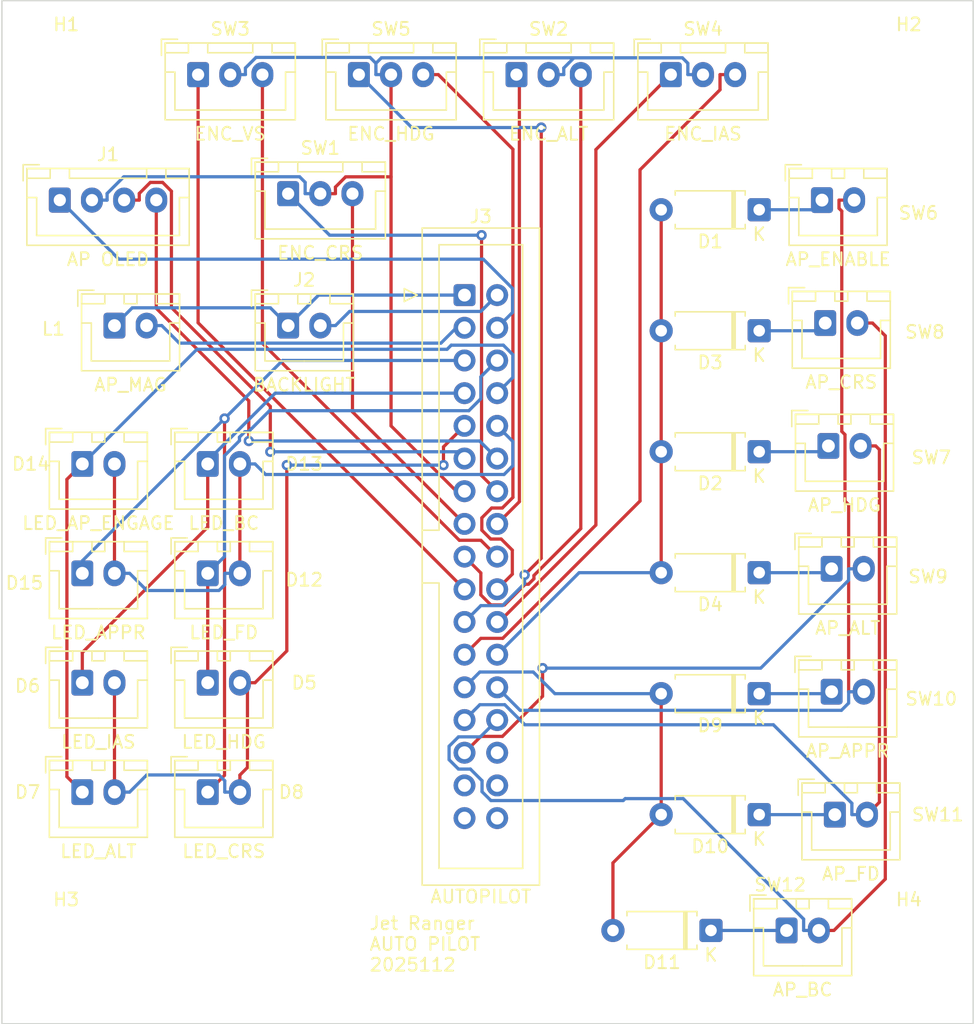
<source format=kicad_pcb>
(kicad_pcb (version 20241229) (generator "pcbnew") (generator_version "9.0")
  (layers (0 "F.Cu" signal) (2 "B.Cu" signal) (13 "F.Paste" user) (15 "B.Paste" user) (5 "F.SilkS" user "F.Silkscreen") (7 "B.SilkS" user "B.Silkscreen") (1 "F.Mask" user) (3 "B.Mask" user) (25 "Edge.Cuts" user))
  (net 0 "")
  (net 1 "Net-(D1-K)")
  (net 2 "Net-(D2-K)")
  (net 3 "Net-(D3-K)")
  (net 4 "Net-(D4-K)")
  (net 5 "GND")
  (net 6 "ROW0")
  (net 7 "ROW1")
  (net 8 "+3.3V")
  (net 9 "ROW2")
  (net 10 "ROW3")
  (net 11 "/BACKLIGHT_PANELS")
  (net 12 "/+12v-IN")
  (net 13 "COL1")
  (net 14 "/CATHODE_00")
  (net 15 "/ANNODE_01")
  (net 16 "/ANNODE_02")
  (net 17 "/ANNODE_03")
  (net 18 "/ANNODE_00")
  (net 19 "COL2")
  (net 20 "Net-(D9-K)")
  (net 21 "Net-(D10-K)")
  (net 22 "Net-(D11-K)")
  (net 23 "/CATHODE_01")
  (net 24 "AP_OLED_SC")
  (net 25 "AP_OLED_SD")
  (net 26 "/VS_B")
  (net 27 "/IAS_B")
  (net 28 "/CRS_A")
  (net 29 "/VS_A")
  (net 30 "/HDG_B")
  (net 31 "/ALT_A")
  (net 32 "/AP_MAG_SWITCH_COIL")
  (net 33 "/CRS_B")
  (net 34 "/HDG_A")
  (net 35 "/IAS_A")
  (net 36 "/ALT_B")
  (footprint "Connector_JST:JST_XH_B2B-XH-A_1x02_P2.50mm_Vertical" (layer "F.Cu") (at 153.25 112.1)
    (property "Reference" "SW7" (at 8 0.9 0) (layer "F.SilkS"))
    (property "Value" "AP_HDG" (at 1.25 4.6 0) (layer "F.SilkS"))
    (pad "1" thru_hole roundrect (at 0 0) (size 1.7 2) (drill 1) (layers "*.Cu" "*.Mask") (roundrect_rratio 0.147059) (net 2 "Net-(D2-K)"))
    (pad "2" thru_hole oval (at 2.5 0) (size 1.7 2) (drill 1) (layers "*.Cu" "*.Mask") (net 7 "ROW1"))
  )
  (footprint "MountingHole:MountingHole_3.2mm_M3" (layer "F.Cu") (at 159.5 151.5)
    (property "Reference" "H4" (at 0 -4.15 0) (layer "F.SilkS"))
    (property "Value" "MountingHole")
    (pad "" np_thru_hole circle (at 0 0) (size 3.2 3.2) (drill 3.2) (layers "*.Cu" "*.Mask"))
  )
  (footprint "Connector_JST:JST_XH_B2B-XH-A_1x02_P2.50mm_Vertical" (layer "F.Cu") (at 153.5 131.2)
    (property "Reference" "SW10" (at 7.75 0.55 0) (layer "F.SilkS"))
    (property "Value" "AP_APPR" (at 1.25 4.6 0) (layer "F.SilkS"))
    (pad "1" thru_hole roundrect (at 0 0) (size 1.7 2) (drill 1) (layers "*.Cu" "*.Mask") (roundrect_rratio 0.147059) (net 20 "Net-(D9-K)"))
    (pad "2" thru_hole oval (at 2.5 0) (size 1.7 2) (drill 1) (layers "*.Cu" "*.Mask") (net 6 "ROW0"))
  )
  (footprint "MountingHole:MountingHole_3.2mm_M3" (layer "F.Cu") (at 94 151.5)
    (property "Reference" "H3" (at 0 -4.15 0) (layer "F.SilkS"))
    (property "Value" "MountingHole")
    (pad "" np_thru_hole circle (at 0 0) (size 3.2 3.2) (drill 3.2) (layers "*.Cu" "*.Mask"))
  )
  (footprint "Connector_JST:JST_XH_B2B-XH-A_1x02_P2.50mm_Vertical" (layer "F.Cu") (at 105 122)
    (property "Reference" "D12" (at 7.5 0.5 0) (layer "F.SilkS"))
    (property "Value" "LED_FD" (at 1.25 4.6 0) (layer "F.SilkS"))
    (pad "1" thru_hole roundrect (at 0 0) (size 1.7 2) (drill 1) (layers "*.Cu" "*.Mask") (roundrect_rratio 0.147059) (net 15 "/ANNODE_01"))
    (pad "2" thru_hole oval (at 2.5 0) (size 1.7 2) (drill 1) (layers "*.Cu" "*.Mask") (net 23 "/CATHODE_01"))
  )
  (footprint "MountingHole:MountingHole_3.2mm_M3" (layer "F.Cu") (at 94 83.5)
    (property "Reference" "H1" (at 0 -4.15 0) (layer "F.SilkS"))
    (property "Value" "MountingHole")
    (pad "" np_thru_hole circle (at 0 0) (size 3.2 3.2) (drill 3.2) (layers "*.Cu" "*.Mask"))
  )
  (footprint "Connector_JST:JST_XH_B2B-XH-A_1x02_P2.50mm_Vertical" (layer "F.Cu") (at 111.25 102.75)
    (property "Reference" "J2" (at 1.25 -3.55 0) (layer "F.SilkS"))
    (property "Value" "BACKLIGHT" (at 1.25 4.6 0) (layer "F.SilkS"))
    (pad "1" thru_hole roundrect (at 0 0) (size 1.7 2) (drill 1) (layers "*.Cu" "*.Mask") (roundrect_rratio 0.147059) (net 12 "/+12v-IN"))
    (pad "2" thru_hole oval (at 2.5 0) (size 1.7 2) (drill 1) (layers "*.Cu" "*.Mask") (net 11 "/BACKLIGHT_PANELS"))
  )
  (footprint "Diode_THT:D_A-405_P7.62mm_Horizontal" (layer "F.Cu") (at 147.87 121.95 180)
    (property "Reference" "D4" (at 3.81 -2.47 180) (layer "F.SilkS"))
    (property "Value" "D")
    (fp_text user "K" (at 0 -1.9 180) (layer "F.SilkS"))
    (pad "1" thru_hole roundrect (at 0 0 180) (size 1.8 1.8) (drill 0.9) (layers "*.Cu" "*.Mask") (roundrect_rratio 0.138889) (net 4 "Net-(D4-K)"))
    (pad "2" thru_hole circle (at 7.62 0 180) (size 1.8 1.8) (drill 0.9) (layers "*.Cu" "*.Mask") (net 13 "COL1"))
  )
  (footprint "Connector_JST:JST_XH_B2B-XH-A_1x02_P2.50mm_Vertical" (layer "F.Cu") (at 95.25 130.5)
    (property "Reference" "D6" (at -4.25 0.25 0) (layer "F.SilkS"))
    (property "Value" "LED_IAS" (at 1.25 4.6 0) (layer "F.SilkS"))
    (pad "1" thru_hole roundrect (at 0 0) (size 1.7 2) (drill 1) (layers "*.Cu" "*.Mask") (roundrect_rratio 0.147059) (net 16 "/ANNODE_02"))
    (pad "2" thru_hole oval (at 2.5 0) (size 1.7 2) (drill 1) (layers "*.Cu" "*.Mask") (net 14 "/CATHODE_00"))
  )
  (footprint "Connector_JST:JST_XH_B3B-XH-A_1x03_P2.50mm_Vertical" (layer "F.Cu") (at 129 83.25)
    (property "Reference" "SW2" (at 2.5 -3.55 0) (layer "F.SilkS"))
    (property "Value" "ENC_ALT" (at 2.5 4.6 0) (layer "F.SilkS"))
    (pad "1" thru_hole roundrect (at 0 0) (size 1.7 1.95) (drill 0.95) (layers "*.Cu" "*.Mask") (roundrect_rratio 0.147059) (net 31 "/ALT_A"))
    (pad "2" thru_hole oval (at 2.5 0) (size 1.7 1.95) (drill 0.95) (layers "*.Cu" "*.Mask") (net 5 "GND"))
    (pad "3" thru_hole oval (at 5 0) (size 1.7 1.95) (drill 0.95) (layers "*.Cu" "*.Mask") (net 36 "/ALT_B"))
  )
  (footprint "Connector_JST:JST_XH_B2B-XH-A_1x02_P2.50mm_Vertical" (layer "F.Cu") (at 105 139)
    (property "Reference" "D8" (at 6.5 0 0) (layer "F.SilkS"))
    (property "Value" "LED_CRS" (at 1.25 4.6 0) (layer "F.SilkS"))
    (pad "1" thru_hole roundrect (at 0 0) (size 1.7 2) (drill 1) (layers "*.Cu" "*.Mask") (roundrect_rratio 0.147059) (net 18 "/ANNODE_00"))
    (pad "2" thru_hole oval (at 2.5 0) (size 1.7 2) (drill 1) (layers "*.Cu" "*.Mask") (net 14 "/CATHODE_00"))
  )
  (footprint "Connector_JST:JST_XH_B2B-XH-A_1x02_P2.50mm_Vertical" (layer "F.Cu") (at 153 102.55)
    (property "Reference" "SW8" (at 7.75 0.7 0) (layer "F.SilkS"))
    (property "Value" "AP_CRS" (at 1.25 4.6 0) (layer "F.SilkS"))
    (pad "1" thru_hole roundrect (at 0 0) (size 1.7 2) (drill 1) (layers "*.Cu" "*.Mask") (roundrect_rratio 0.147059) (net 3 "Net-(D3-K)"))
    (pad "2" thru_hole oval (at 2.5 0) (size 1.7 2) (drill 1) (layers "*.Cu" "*.Mask") (net 9 "ROW2"))
  )
  (footprint "Connector_JST:JST_XH_B2B-XH-A_1x02_P2.50mm_Vertical" (layer "F.Cu") (at 153.75 140.75)
    (property "Reference" "SW11" (at 8 0 0) (layer "F.SilkS"))
    (property "Value" "AP_FD" (at 1.25 4.6 0) (layer "F.SilkS"))
    (pad "1" thru_hole roundrect (at 0 0) (size 1.7 2) (drill 1) (layers "*.Cu" "*.Mask") (roundrect_rratio 0.147059) (net 21 "Net-(D10-K)"))
    (pad "2" thru_hole oval (at 2.5 0) (size 1.7 2) (drill 1) (layers "*.Cu" "*.Mask") (net 7 "ROW1"))
  )
  (footprint "Connector_IDC:IDC-Header_2x17_P2.54mm_Vertical" (layer "F.Cu") (at 124.96 100.38)
    (property "Reference" "J3" (at 1.27 -6.1 0) (layer "F.SilkS"))
    (property "Value" "AUTOPILOT" (at 1.27 46.74 0) (layer "F.SilkS"))
    (pad "1" thru_hole roundrect (at 0 0) (size 1.7 1.7) (drill 1) (layers "*.Cu" "*.Mask") (roundrect_rratio 0.147059) (net 12 "/+12v-IN"))
    (pad "2" thru_hole circle (at 2.54 0) (size 1.7 1.7) (drill 1) (layers "*.Cu" "*.Mask") (net 11 "/BACKLIGHT_PANELS"))
    (pad "3" thru_hole circle (at 0 2.54) (size 1.7 1.7) (drill 1) (layers "*.Cu" "*.Mask") (net 32 "/AP_MAG_SWITCH_COIL"))
    (pad "4" thru_hole circle (at 2.54 2.54) (size 1.7 1.7) (drill 1) (layers "*.Cu" "*.Mask") (net 8 "+3.3V"))
    (pad "5" thru_hole circle (at 0 5.08) (size 1.7 1.7) (drill 1) (layers "*.Cu" "*.Mask") (net 18 "/ANNODE_00"))
    (pad "6" thru_hole circle (at 2.54 5.08) (size 1.7 1.7) (drill 1) (layers "*.Cu" "*.Mask") (net 15 "/ANNODE_01"))
    (pad "7" thru_hole circle (at 0 7.62) (size 1.7 1.7) (drill 1) (layers "*.Cu" "*.Mask") (net 16 "/ANNODE_02"))
    (pad "8" thru_hole circle (at 2.54 7.62) (size 1.7 1.7) (drill 1) (layers "*.Cu" "*.Mask") (net 17 "/ANNODE_03"))
    (pad "9" thru_hole circle (at 0 10.16) (size 1.7 1.7) (drill 1) (layers "*.Cu" "*.Mask") (net 14 "/CATHODE_00"))
    (pad "10" thru_hole circle (at 2.54 10.16) (size 1.7 1.7) (drill 1) (layers "*.Cu" "*.Mask") (net 23 "/CATHODE_01"))
    (pad "11" thru_hole circle (at 0 12.7) (size 1.7 1.7) (drill 1) (layers "*.Cu" "*.Mask") (net 24 "AP_OLED_SC"))
    (pad "12" thru_hole circle (at 2.54 12.7) (size 1.7 1.7) (drill 1) (layers "*.Cu" "*.Mask") (net 25 "AP_OLED_SD"))
    (pad "13" thru_hole circle (at 0 15.24) (size 1.7 1.7) (drill 1) (layers "*.Cu" "*.Mask") (net 5 "GND"))
    (pad "14" thru_hole circle (at 2.54 15.24) (size 1.7 1.7) (drill 1) (layers "*.Cu" "*.Mask") (net 28 "/CRS_A"))
    (pad "15" thru_hole circle (at 0 17.78) (size 1.7 1.7) (drill 1) (layers "*.Cu" "*.Mask") (net 33 "/CRS_B"))
    (pad "16" thru_hole circle (at 2.54 17.78) (size 1.7 1.7) (drill 1) (layers "*.Cu" "*.Mask") (net 31 "/ALT_A"))
    (pad "17" thru_hole circle (at 0 20.32) (size 1.7 1.7) (drill 1) (layers "*.Cu" "*.Mask") (net 36 "/ALT_B"))
    (pad "18" thru_hole circle (at 2.54 20.32) (size 1.7 1.7) (drill 1) (layers "*.Cu" "*.Mask") (net 26 "/VS_B"))
    (pad "19" thru_hole circle (at 0 22.86) (size 1.7 1.7) (drill 1) (layers "*.Cu" "*.Mask") (net 29 "/VS_A"))
    (pad "20" thru_hole circle (at 2.54 22.86) (size 1.7 1.7) (drill 1) (layers "*.Cu" "*.Mask") (net 30 "/HDG_B"))
    (pad "21" thru_hole circle (at 0 25.4) (size 1.7 1.7) (drill 1) (layers "*.Cu" "*.Mask") (net 34 "/HDG_A"))
    (pad "22" thru_hole circle (at 2.54 25.4) (size 1.7 1.7) (drill 1) (layers "*.Cu" "*.Mask") (net 35 "/IAS_A"))
    (pad "23" thru_hole circle (at 0 27.94) (size 1.7 1.7) (drill 1) (layers "*.Cu" "*.Mask") (net 27 "/IAS_B"))
    (pad "24" thru_hole circle (at 2.54 27.94) (size 1.7 1.7) (drill 1) (layers "*.Cu" "*.Mask") (net 13 "COL1"))
    (pad "25" thru_hole circle (at 0 30.48) (size 1.7 1.7) (drill 1) (layers "*.Cu" "*.Mask") (net 19 "COL2"))
    (pad "26" thru_hole circle (at 2.54 30.48) (size 1.7 1.7) (drill 1) (layers "*.Cu" "*.Mask") (net 6 "ROW0"))
    (pad "27" thru_hole circle (at 0 33.02) (size 1.7 1.7) (drill 1) (layers "*.Cu" "*.Mask") (net 7 "ROW1"))
    (pad "28" thru_hole circle (at 2.54 33.02) (size 1.7 1.7) (drill 1) (layers "*.Cu" "*.Mask") (net 9 "ROW2"))
    (pad "29" thru_hole circle (at 0 35.56) (size 1.7 1.7) (drill 1) (layers "*.Cu" "*.Mask") (net 10 "ROW3"))
    (pad "30" thru_hole circle (at 2.54 35.56) (size 1.7 1.7) (drill 1) (layers "*.Cu" "*.Mask"))
    (pad "31" thru_hole circle (at 0 38.1) (size 1.7 1.7) (drill 1) (layers "*.Cu" "*.Mask"))
    (pad "32" thru_hole circle (at 2.54 38.1) (size 1.7 1.7) (drill 1) (layers "*.Cu" "*.Mask"))
    (pad "33" thru_hole circle (at 0 40.64) (size 1.7 1.7) (drill 1) (layers "*.Cu" "*.Mask"))
    (pad "34" thru_hole circle (at 2.54 40.64) (size 1.7 1.7) (drill 1) (layers "*.Cu" "*.Mask"))
  )
  (footprint "Connector_JST:JST_XH_B2B-XH-A_1x02_P2.50mm_Vertical" (layer "F.Cu") (at 150 149.75)
    (property "Reference" "SW12" (at -0.5 -3.55 0) (layer "F.SilkS"))
    (property "Value" "AP_BC" (at 1.25 4.6 0) (layer "F.SilkS"))
    (pad "1" thru_hole roundrect (at 0 0) (size 1.7 2) (drill 1) (layers "*.Cu" "*.Mask") (roundrect_rratio 0.147059) (net 22 "Net-(D11-K)"))
    (pad "2" thru_hole oval (at 2.5 0) (size 1.7 2) (drill 1) (layers "*.Cu" "*.Mask") (net 9 "ROW2"))
  )
  (footprint "Connector_JST:JST_XH_B3B-XH-A_1x03_P2.50mm_Vertical" (layer "F.Cu") (at 116.75 83.25)
    (property "Reference" "SW5" (at 2.5 -3.55 0) (layer "F.SilkS"))
    (property "Value" "ENC_HDG" (at 2.5 4.6 0) (layer "F.SilkS"))
    (pad "1" thru_hole roundrect (at 0 0) (size 1.7 1.95) (drill 0.95) (layers "*.Cu" "*.Mask") (roundrect_rratio 0.147059) (net 34 "/HDG_A"))
    (pad "2" thru_hole oval (at 2.5 0) (size 1.7 1.95) (drill 0.95) (layers "*.Cu" "*.Mask") (net 5 "GND"))
    (pad "3" thru_hole oval (at 5 0) (size 1.7 1.95) (drill 0.95) (layers "*.Cu" "*.Mask") (net 30 "/HDG_B"))
  )
  (footprint "Diode_THT:D_A-405_P7.62mm_Horizontal" (layer "F.Cu") (at 147.87 112.55 180)
    (property "Reference" "D2" (at 3.81 -2.47 180) (layer "F.SilkS"))
    (property "Value" "D")
    (fp_text user "K" (at 0 -1.9 180) (layer "F.SilkS"))
    (pad "1" thru_hole roundrect (at 0 0 180) (size 1.8 1.8) (drill 0.9) (layers "*.Cu" "*.Mask") (roundrect_rratio 0.138889) (net 2 "Net-(D2-K)"))
    (pad "2" thru_hole circle (at 7.62 0 180) (size 1.8 1.8) (drill 0.9) (layers "*.Cu" "*.Mask") (net 13 "COL1"))
  )
  (footprint "Connector_JST:JST_XH_B2B-XH-A_1x02_P2.50mm_Vertical" (layer "F.Cu") (at 95.25 113.5)
    (property "Reference" "D14" (at -4 0 0) (layer "F.SilkS"))
    (property "Value" "LED_AP_ENGAGE" (at 1.25 4.6 0) (layer "F.SilkS"))
    (pad "1" thru_hole roundrect (at 0 0) (size 1.7 2) (drill 1) (layers "*.Cu" "*.Mask") (roundrect_rratio 0.147059) (net 17 "/ANNODE_03"))
    (pad "2" thru_hole oval (at 2.5 0) (size 1.7 2) (drill 1) (layers "*.Cu" "*.Mask") (net 23 "/CATHODE_01"))
  )
  (footprint "Connector_JST:JST_XH_B2B-XH-A_1x02_P2.50mm_Vertical" (layer "F.Cu") (at 97.75 102.75)
    (property "Reference" "L1" (at -4.75 0.25 0) (layer "F.SilkS"))
    (property "Value" "AP_MAG" (at 1.25 4.6 0) (layer "F.SilkS"))
    (pad "1" thru_hole roundrect (at 0 0) (size 1.7 2) (drill 1) (layers "*.Cu" "*.Mask") (roundrect_rratio 0.147059) (net 12 "/+12v-IN"))
    (pad "2" thru_hole oval (at 2.5 0) (size 1.7 2) (drill 1) (layers "*.Cu" "*.Mask") (net 32 "/AP_MAG_SWITCH_COIL"))
  )
  (footprint "Connector_JST:JST_XH_B2B-XH-A_1x02_P2.50mm_Vertical" (layer "F.Cu") (at 105 130.5)
    (property "Reference" "D5" (at 7.5 0 0) (layer "F.SilkS"))
    (property "Value" "LED_HDG" (at 1.25 4.6 0) (layer "F.SilkS"))
    (pad "1" thru_hole roundrect (at 0 0) (size 1.7 2) (drill 1) (layers "*.Cu" "*.Mask") (roundrect_rratio 0.147059) (net 15 "/ANNODE_01"))
    (pad "2" thru_hole oval (at 2.5 0) (size 1.7 2) (drill 1) (layers "*.Cu" "*.Mask") (net 14 "/CATHODE_00"))
  )
  (footprint "Connector_JST:JST_XH_B2B-XH-A_1x02_P2.50mm_Vertical" (layer "F.Cu") (at 95.25 122)
    (property "Reference" "D15" (at -4.5 0.75 0) (layer "F.SilkS"))
    (property "Value" "LED_APPR" (at 1.25 4.6 0) (layer "F.SilkS"))
    (pad "1" thru_hole roundrect (at 0 0) (size 1.7 2) (drill 1) (layers "*.Cu" "*.Mask") (roundrect_rratio 0.147059) (net 18 "/ANNODE_00"))
    (pad "2" thru_hole oval (at 2.5 0) (size 1.7 2) (drill 1) (layers "*.Cu" "*.Mask") (net 23 "/CATHODE_01"))
  )
  (footprint "Connector_JST:JST_XH_B4B-XH-A_1x04_P2.50mm_Vertical" (layer "F.Cu") (at 93.5 93)
    (property "Reference" "J1" (at 3.75 -3.55 0) (layer "F.SilkS"))
    (property "Value" "AP OLED" (at 3.75 4.6 0) (layer "F.SilkS"))
    (pad "1" thru_hole roundrect (at 0 0) (size 1.7 1.95) (drill 0.95) (layers "*.Cu" "*.Mask") (roundrect_rratio 0.147059) (net 8 "+3.3V"))
    (pad "2" thru_hole oval (at 2.5 0) (size 1.7 1.95) (drill 0.95) (layers "*.Cu" "*.Mask") (net 5 "GND"))
    (pad "3" thru_hole oval (at 5 0) (size 1.7 1.95) (drill 0.95) (layers "*.Cu" "*.Mask") (net 24 "AP_OLED_SC"))
    (pad "4" thru_hole oval (at 7.5 0) (size 1.7 1.95) (drill 0.95) (layers "*.Cu" "*.Mask") (net 25 "AP_OLED_SD"))
  )
  (footprint "Diode_THT:D_A-405_P7.62mm_Horizontal" (layer "F.Cu") (at 147.87 93.75 180)
    (property "Reference" "D1" (at 3.81 -2.47 180) (layer "F.SilkS"))
    (property "Value" "D")
    (fp_text user "K" (at 0 -1.9 180) (layer "F.SilkS"))
    (pad "1" thru_hole roundrect (at 0 0 180) (size 1.8 1.8) (drill 0.9) (layers "*.Cu" "*.Mask") (roundrect_rratio 0.138889) (net 1 "Net-(D1-K)"))
    (pad "2" thru_hole circle (at 7.62 0 180) (size 1.8 1.8) (drill 0.9) (layers "*.Cu" "*.Mask") (net 13 "COL1"))
  )
  (footprint "Connector_JST:JST_XH_B2B-XH-A_1x02_P2.50mm_Vertical" (layer "F.Cu") (at 153.5 121.65)
    (property "Reference" "SW9" (at 7.5 0.6 0) (layer "F.SilkS"))
    (property "Value" "AP_ALT" (at 1.25 4.6 0) (layer "F.SilkS"))
    (pad "1" thru_hole roundrect (at 0 0) (size 1.7 2) (drill 1) (layers "*.Cu" "*.Mask") (roundrect_rratio 0.147059) (net 4 "Net-(D4-K)"))
    (pad "2" thru_hole oval (at 2.5 0) (size 1.7 2) (drill 1) (layers "*.Cu" "*.Mask") (net 10 "ROW3"))
  )
  (footprint "Diode_THT:D_A-405_P7.62mm_Horizontal" (layer "F.Cu") (at 144.12 149.75 180)
    (property "Reference" "D11" (at 3.81 -2.47 0) (layer "F.SilkS"))
    (property "Value" "D")
    (fp_text user "K" (at 0 -1.9 0) (layer "F.SilkS"))
    (pad "1" thru_hole roundrect (at 0 0 180) (size 1.8 1.8) (drill 0.9) (layers "*.Cu" "*.Mask") (roundrect_rratio 0.138889) (net 22 "Net-(D11-K)"))
    (pad "2" thru_hole circle (at 7.62 0 180) (size 1.8 1.8) (drill 0.9) (layers "*.Cu" "*.Mask") (net 19 "COL2"))
  )
  (footprint "MountingHole:MountingHole_3.2mm_M3" (layer "F.Cu") (at 159.5 83.5)
    (property "Reference" "H2" (at 0 -4.15 0) (layer "F.SilkS"))
    (property "Value" "MountingHole")
    (pad "" np_thru_hole circle (at 0 0) (size 3.2 3.2) (drill 3.2) (layers "*.Cu" "*.Mask"))
  )
  (footprint "Diode_THT:D_A-405_P7.62mm_Horizontal" (layer "F.Cu") (at 147.87 131.35 180)
    (property "Reference" "D9" (at 3.81 -2.47 0) (layer "F.SilkS"))
    (property "Value" "D")
    (fp_text user "K" (at 0 -1.9 0) (layer "F.SilkS"))
    (pad "1" thru_hole roundrect (at 0 0 180) (size 1.8 1.8) (drill 0.9) (layers "*.Cu" "*.Mask") (roundrect_rratio 0.138889) (net 20 "Net-(D9-K)"))
    (pad "2" thru_hole circle (at 7.62 0 180) (size 1.8 1.8) (drill 0.9) (layers "*.Cu" "*.Mask") (net 19 "COL2"))
  )
  (footprint "Connector_JST:JST_XH_B2B-XH-A_1x02_P2.50mm_Vertical" (layer "F.Cu") (at 105 113.5)
    (property "Reference" "D13" (at 7.5 0 0) (layer "F.SilkS"))
    (property "Value" "LED_BC" (at 1.25 4.6 0) (layer "F.SilkS"))
    (pad "1" thru_hole roundrect (at 0 0) (size 1.7 2) (drill 1) (layers "*.Cu" "*.Mask") (roundrect_rratio 0.147059) (net 16 "/ANNODE_02"))
    (pad "2" thru_hole oval (at 2.5 0) (size 1.7 2) (drill 1) (layers "*.Cu" "*.Mask") (net 23 "/CATHODE_01"))
  )
  (footprint "Diode_THT:D_A-405_P7.62mm_Horizontal" (layer "F.Cu") (at 147.87 103.15 180)
    (property "Reference" "D3" (at 3.81 -2.47 180) (layer "F.SilkS"))
    (property "Value" "D")
    (fp_text user "K" (at 0 -1.9 180) (layer "F.SilkS"))
    (pad "1" thru_hole roundrect (at 0 0 180) (size 1.8 1.8) (drill 0.9) (layers "*.Cu" "*.Mask") (roundrect_rratio 0.138889) (net 3 "Net-(D3-K)"))
    (pad "2" thru_hole circle (at 7.62 0 180) (size 1.8 1.8) (drill 0.9) (layers "*.Cu" "*.Mask") (net 13 "COL1"))
  )
  (footprint "Connector_JST:JST_XH_B2B-XH-A_1x02_P2.50mm_Vertical" (layer "F.Cu") (at 95.25 139)
    (property "Reference" "D7" (at -4.25 0 0) (layer "F.SilkS"))
    (property "Value" "LED_ALT" (at 1.25 4.6 0) (layer "F.SilkS"))
    (pad "1" thru_hole roundrect (at 0 0) (size 1.7 2) (drill 1) (layers "*.Cu" "*.Mask") (roundrect_rratio 0.147059) (net 17 "/ANNODE_03"))
    (pad "2" thru_hole oval (at 2.5 0) (size 1.7 2) (drill 1) (layers "*.Cu" "*.Mask") (net 14 "/CATHODE_00"))
  )
  (footprint "Connector_JST:JST_XH_B3B-XH-A_1x03_P2.50mm_Vertical" (layer "F.Cu") (at 104.25 83.25)
    (property "Reference" "SW3" (at 2.5 -3.55 0) (layer "F.SilkS"))
    (property "Value" "ENC_VS" (at 2.5 4.6 0) (layer "F.SilkS"))
    (pad "1" thru_hole roundrect (at 0 0) (size 1.7 1.95) (drill 0.95) (layers "*.Cu" "*.Mask") (roundrect_rratio 0.147059) (net 29 "/VS_A"))
    (pad "2" thru_hole oval (at 2.5 0) (size 1.7 1.95) (drill 0.95) (layers "*.Cu" "*.Mask") (net 5 "GND"))
    (pad "3" thru_hole oval (at 5 0) (size 1.7 1.95) (drill 0.95) (layers "*.Cu" "*.Mask") (net 26 "/VS_B"))
  )
  (footprint "Connector_JST:JST_XH_B3B-XH-A_1x03_P2.50mm_Vertical" (layer "F.Cu") (at 111.25 92.5)
    (property "Reference" "SW1" (at 2.5 -3.55 0) (layer "F.SilkS"))
    (property "Value" "ENC_CRS" (at 2.5 4.6 0) (layer "F.SilkS"))
    (pad "1" thru_hole roundrect (at 0 0) (size 1.7 1.95) (drill 0.95) (layers "*.Cu" "*.Mask") (roundrect_rratio 0.147059) (net 28 "/CRS_A"))
    (pad "2" thru_hole oval (at 2.5 0) (size 1.7 1.95) (drill 0.95) (layers "*.Cu" "*.Mask") (net 5 "GND"))
    (pad "3" thru_hole oval (at 5 0) (size 1.7 1.95) (drill 0.95) (layers "*.Cu" "*.Mask") (net 33 "/CRS_B"))
  )
  (footprint "Connector_JST:JST_XH_B3B-XH-A_1x03_P2.50mm_Vertical" (layer "F.Cu") (at 141 83.25)
    (property "Reference" "SW4" (at 2.5 -3.55 0) (layer "F.SilkS"))
    (property "Value" "ENC_IAS" (at 2.5 4.6 0) (layer "F.SilkS"))
    (pad "1" thru_hole roundrect (at 0 0) (size 1.7 1.95) (drill 0.95) (layers "*.Cu" "*.Mask") (roundrect_rratio 0.147059) (net 35 "/IAS_A"))
    (pad "2" thru_hole oval (at 2.5 0) (size 1.7 1.95) (drill 0.95) (layers "*.Cu" "*.Mask") (net 5 "GND"))
    (pad "3" thru_hole oval (at 5 0) (size 1.7 1.95) (drill 0.95) (layers "*.Cu" "*.Mask") (net 27 "/IAS_B"))
  )
  (footprint "Diode_THT:D_A-405_P7.62mm_Horizontal" (layer "F.Cu") (at 147.87 140.75 180)
    (property "Reference" "D10" (at 3.81 -2.47 0) (layer "F.SilkS"))
    (property "Value" "D")
    (fp_text user "K" (at 0 -1.9 0) (layer "F.SilkS"))
    (pad "1" thru_hole roundrect (at 0 0 180) (size 1.8 1.8) (drill 0.9) (layers "*.Cu" "*.Mask") (roundrect_rratio 0.138889) (net 21 "Net-(D10-K)"))
    (pad "2" thru_hole circle (at 7.62 0 180) (size 1.8 1.8) (drill 0.9) (layers "*.Cu" "*.Mask") (net 19 "COL2"))
  )
  (footprint "Connector_JST:JST_XH_B2B-XH-A_1x02_P2.50mm_Vertical" (layer "F.Cu") (at 152.75 93)
    (property "Reference" "SW6" (at 7.5 1 0) (layer "F.SilkS"))
    (property "Value" "AP_ENABLE" (at 1.25 4.6 0) (layer "F.SilkS"))
    (pad "1" thru_hole roundrect (at 0 0) (size 1.7 2) (drill 1) (layers "*.Cu" "*.Mask") (roundrect_rratio 0.147059) (net 1 "Net-(D1-K)"))
    (pad "2" thru_hole oval (at 2.5 0) (size 1.7 2) (drill 1) (layers "*.Cu" "*.Mask") (net 6 "ROW0"))
  )
  (gr_rect (start 89 77.5) (end 164.5 157) (stroke (width 0.1)) (fill no) (layer "Edge.Cuts"))
  (gr_text "Jet Ranger\nAUTO PILOT\n2025112" (at 117.5 153 0) (layer "F.SilkS") (effects (font (size 1 1)) (justify left bottom)))
  (segment (start 152 93.75) (end 152.75 93) (width 0.25) (layer "B.Cu") (net 1))
  (segment (start 147.87 93.75) (end 152 93.75) (width 0.25) (layer "B.Cu") (net 1))
  (segment (start 152.8 112.55) (end 153.25 112.1) (width 0.25) (layer "B.Cu") (net 2))
  (segment (start 147.87 112.55) (end 152.8 112.55) (width 0.25) (layer "B.Cu") (net 2))
  (segment (start 147.87 103.15) (end 152.4 103.15) (width 0.25) (layer "B.Cu") (net 3))
  (segment (start 152.4 103.15) (end 153 102.55) (width 0.25) (layer "B.Cu") (net 3))
  (segment (start 153.2 121.95) (end 153.5 121.65) (width 0.25) (layer "B.Cu") (net 4))
  (segment (start 147.87 121.95) (end 153.2 121.95) (width 0.25) (layer "B.Cu") (net 4))
  (segment (start 124.327 115.62) (end 119.25 110.543) (width 0.25) (layer "F.Cu") (net 5))
  (segment (start 124.96 115.62) (end 124.327 115.62) (width 0.25) (layer "F.Cu") (net 5))
  (segment (start 114.9267 91.9852) (end 115.7221 91.1898) (width 0.25) (layer "F.Cu") (net 5))
  (segment (start 114.9267 92.5) (end 114.9267 91.9852) (width 0.25) (layer "F.Cu") (net 5))
  (segment (start 119.25 110.543) (end 119.25 91.1898) (width 0.25) (layer "F.Cu") (net 5))
  (segment (start 113.75 92.5) (end 114.9267 92.5) (width 0.25) (layer "F.Cu") (net 5))
  (segment (start 119.25 83.25) (end 119.25 91.1898) (width 0.25) (layer "F.Cu") (net 5))
  (segment (start 115.7221 91.1898) (end 119.25 91.1898) (width 0.25) (layer "F.Cu") (net 5))
  (segment (start 112.5733 91.6175) (end 112.5733 92.5) (width 0.25) (layer "B.Cu") (net 5))
  (segment (start 112.1414 91.1856) (end 112.5733 91.6175) (width 0.25) (layer "B.Cu") (net 5))
  (segment (start 133.469 81.9429) (end 132.6767 82.7352) (width 0.25) (layer "B.Cu") (net 5))
  (segment (start 107.9267 83.25) (end 107.9267 82.7352) (width 0.25) (layer "B.Cu") (net 5))
  (segment (start 108.752 81.9099) (end 117.6157 81.9099) (width 0.25) (layer "B.Cu") (net 5))
  (segment (start 131.5 83.25) (end 132.6767 83.25) (width 0.25) (layer "B.Cu") (net 5))
  (segment (start 106.75 83.25) (end 107.9267 83.25) (width 0.25) (layer "B.Cu") (net 5))
  (segment (start 97.1767 93) (end 97.1767 92.4852) (width 0.25) (layer "B.Cu") (net 5))
  (segment (start 96 93) (end 97.1767 93) (width 0.25) (layer "B.Cu") (net 5))
  (segment (start 142.3233 82.3675) (end 141.8987 81.9429) (width 0.25) (layer "B.Cu") (net 5))
  (segment (start 107.9267 82.7352) (end 108.752 81.9099) (width 0.25) (layer "B.Cu") (net 5))
  (segment (start 141.8987 81.9429) (end 133.469 81.9429) (width 0.25) (layer "B.Cu") (net 5))
  (segment (start 97.1767 92.4852) (end 98.4763 91.1856) (width 0.25) (layer "B.Cu") (net 5))
  (segment (start 119.25 83.25) (end 118.0733 83.25) (width 0.25) (layer "B.Cu") (net 5))
  (segment (start 98.4763 91.1856) (end 112.1414 91.1856) (width 0.25) (layer "B.Cu") (net 5))
  (segment (start 143.5 83.25) (end 142.3233 83.25) (width 0.25) (layer "B.Cu") (net 5))
  (segment (start 117.6157 81.9099) (end 118.0733 82.3675) (width 0.25) (layer "B.Cu") (net 5))
  (segment (start 133.469 81.9429) (end 118.4979 81.9429) (width 0.25) (layer "B.Cu") (net 5))
  (segment (start 142.3233 83.25) (end 142.3233 82.3675) (width 0.25) (layer "B.Cu") (net 5))
  (segment (start 113.75 92.5) (end 112.5733 92.5) (width 0.25) (layer "B.Cu") (net 5))
  (segment (start 132.6767 82.7352) (end 132.6767 83.25) (width 0.25) (layer "B.Cu") (net 5))
  (segment (start 118.0733 82.3675) (end 118.0733 83.25) (width 0.25) (layer "B.Cu") (net 5))
  (segment (start 118.4979 81.9429) (end 118.0733 82.3675) (width 0.25) (layer "B.Cu") (net 5))
  (segment (start 154.8233 116.6717) (end 154.8233 131.2) (width 0.25) (layer "F.Cu") (net 6))
  (segment (start 154.5382 116.3866) (end 154.8233 116.6717) (width 0.25) (layer "F.Cu") (net 6))
  (segment (start 154.0733 93) (end 154.0733 93.6375) (width 0.25) (layer "F.Cu") (net 6))
  (segment (start 154.2883 110.9714) (end 154.5382 111.2213) (width 0.25) (layer "F.Cu") (net 6))
  (segment (start 154.0733 93.6375) (end 154.2883 93.8525) (width 0.25) (layer "F.Cu") (net 6))
  (segment (start 154.5382 111.2213) (end 154.5382 116.3866) (width 0.25) (layer "F.Cu") (net 6))
  (segment (start 155.25 93) (end 154.0733 93) (width 0.25) (layer "F.Cu") (net 6))
  (segment (start 156 131.2) (end 154.8233 131.2) (width 0.25) (layer "F.Cu") (net 6))
  (segment (start 154.2883 93.8525) (end 154.2883 110.9714) (width 0.25) (layer "F.Cu") (net 6))
  (segment (start 154.2622 132.6436) (end 129.2836 132.6436) (width 0.25) (layer "B.Cu") (net 6))
  (segment (start 154.8233 132.0825) (end 154.2622 132.6436) (width 0.25) (layer "B.Cu") (net 6))
  (segment (start 156 131.2) (end 154.8233 131.2) (width 0.25) (layer "B.Cu") (net 6))
  (segment (start 129.2836 132.6436) (end 127.5 130.86) (width 0.25) (layer "B.Cu") (net 6))
  (segment (start 154.8233 131.2) (end 154.8233 132.0825) (width 0.25) (layer "B.Cu") (net 6))
  (segment (start 157.2121 139.7879) (end 157.2121 112.3854) (width 0.25) (layer "F.Cu") (net 7))
  (segment (start 155.75 112.1) (end 156.9267 112.1) (width 0.25) (layer "F.Cu") (net 7))
  (segment (start 156.25 140.75) (end 157.2121 139.7879) (width 0.25) (layer "F.Cu") (net 7))
  (segment (start 157.2121 112.3854) (end 156.9267 112.1) (width 0.25) (layer "F.Cu") (net 7))
  (segment (start 148.9743 133.7685) (end 129.6512 133.7685) (width 0.25) (layer "B.Cu") (net 7))
  (segment (start 156.25 140.75) (end 155.0733 140.75) (width 0.25) (layer "B.Cu") (net 7))
  (segment (start 155.0733 140.75) (end 155.0733 139.8675) (width 0.25) (layer "B.Cu") (net 7))
  (segment (start 126.1506 132.2094) (end 124.96 133.4) (width 0.25) (layer "B.Cu") (net 7))
  (segment (start 129.6512 133.7685) (end 128.0921 132.2094) (width 0.25) (layer "B.Cu") (net 7))
  (segment (start 128.0921 132.2094) (end 126.1506 132.2094) (width 0.25) (layer "B.Cu") (net 7))
  (segment (start 155.0733 139.8675) (end 148.9743 133.7685) (width 0.25) (layer "B.Cu") (net 7))
  (segment (start 93.5 93) (end 98.0884 97.5884) (width 0.25) (layer "B.Cu") (net 8))
  (segment (start 98.0884 97.5884) (end 126.4199 97.5884) (width 0.25) (layer "B.Cu") (net 8))
  (segment (start 128.6942 101.7258) (end 127.5 102.92) (width 0.25) (layer "B.Cu") (net 8))
  (segment (start 128.6942 99.8627) (end 128.6942 101.7258) (width 0.25) (layer "B.Cu") (net 8))
  (segment (start 126.4199 97.5884) (end 128.6942 99.8627) (width 0.25) (layer "B.Cu") (net 8))
  (segment (start 155.5 102.55) (end 156.6767 102.55) (width 0.25) (layer "F.Cu") (net 9))
  (segment (start 152.5 149.75) (end 153.6767 149.75) (width 0.25) (layer "F.Cu") (net 9))
  (segment (start 153.6767 149.75) (end 157.6711 145.7556) (width 0.25) (layer "F.Cu") (net 9))
  (segment (start 157.6711 103.5444) (end 156.6767 102.55) (width 0.25) (layer "F.Cu") (net 9))
  (segment (start 157.6711 145.7556) (end 157.6711 103.5444) (width 0.25) (layer "F.Cu") (net 9))
  (segment (start 125.419 137.21) (end 126.3233 138.1143) (width 0.25) (layer "B.Cu") (net 9))
  (segment (start 126.3233 138.9674) (end 127.0126 139.6567) (width 0.25) (layer "B.Cu") (net 9))
  (segment (start 126.3233 138.1143) (end 126.3233 138.9674) (width 0.25) (layer "B.Cu") (net 9))
  (segment (start 124.4918 134.7056) (end 123.7616 135.4358) (width 0.25) (layer "B.Cu") (net 9))
  (segment (start 123.7616 136.4812) (end 124.4904 137.21) (width 0.25) (layer "B.Cu") (net 9))
  (segment (start 137.2997 139.6567) (end 137.4502 139.5062) (width 0.25) (layer "B.Cu") (net 9))
  (segment (start 124.4904 137.21) (end 125.419 137.21) (width 0.25) (layer "B.Cu") (net 9))
  (segment (start 141.962 139.5062) (end 151.3233 148.8675) (width 0.25) (layer "B.Cu") (net 9))
  (segment (start 127.5 133.4) (end 126.1944 134.7056) (width 0.25) (layer "B.Cu") (net 9))
  (segment (start 137.4502 139.5062) (end 141.962 139.5062) (width 0.25) (layer "B.Cu") (net 9))
  (segment (start 127.0126 139.6567) (end 137.2997 139.6567) (width 0.25) (layer "B.Cu") (net 9))
  (segment (start 152.5 149.75) (end 151.3233 149.75) (width 0.25) (layer "B.Cu") (net 9))
  (segment (start 151.3233 148.8675) (end 151.3233 149.75) (width 0.25) (layer "B.Cu") (net 9))
  (segment (start 126.1944 134.7056) (end 124.4918 134.7056) (width 0.25) (layer "B.Cu") (net 9))
  (segment (start 123.7616 135.4358) (end 123.7616 136.4812) (width 0.25) (layer "B.Cu") (net 9))
  (segment (start 126.23 134.67) (end 127.9111 134.67) (width 0.25) (layer "F.Cu") (net 10))
  (segment (start 131.0314 131.5497) (end 131.0314 129.3676) (width 0.25) (layer "F.Cu") (net 10))
  (segment (start 127.9111 134.67) (end 131.0314 131.5497) (width 0.25) (layer "F.Cu") (net 10))
  (segment (start 124.96 135.94) (end 126.23 134.67) (width 0.25) (layer "F.Cu") (net 10))
  (via (at 131.0314 129.3676) (size 0.8) (drill 0.4) (layers "F.Cu" "B.Cu") (net 10))
  (segment (start 156 121.65) (end 154.8233 121.65) (width 0.25) (layer "B.Cu") (net 10))
  (segment (start 147.9882 129.3676) (end 154.8233 122.5325) (width 0.25) (layer "B.Cu") (net 10))
  (segment (start 131.0314 129.3676) (end 147.9882 129.3676) (width 0.25) (layer "B.Cu") (net 10))
  (segment (start 154.8233 122.5325) (end 154.8233 121.65) (width 0.25) (layer "B.Cu") (net 10))
  (segment (start 127.5 100.38) (end 126.2295 101.6505) (width 0.25) (layer "B.Cu") (net 11))
  (segment (start 116.0262 101.6505) (end 114.9267 102.75) (width 0.25) (layer "B.Cu") (net 11))
  (segment (start 126.2295 101.6505) (end 116.0262 101.6505) (width 0.25) (layer "B.Cu") (net 11))
  (segment (start 113.75 102.75) (end 114.9267 102.75) (width 0.25) (layer "B.Cu") (net 11))
  (segment (start 113.62 100.38) (end 124.96 100.38) (width 0.25) (layer "B.Cu") (net 12))
  (segment (start 109.8692 101.3692) (end 111.25 102.75) (width 0.25) (layer "B.Cu") (net 12))
  (segment (start 97.75 102.75) (end 99.1308 101.3692) (width 0.25) (layer "B.Cu") (net 12))
  (segment (start 111.25 102.75) (end 113.62 100.38) (width 0.25) (layer "B.Cu") (net 12))
  (segment (start 99.1308 101.3692) (end 109.8692 101.3692) (width 0.25) (layer "B.Cu") (net 12))
  (segment (start 140.25 112.55) (end 140.25 121.95) (width 0.25) (layer "F.Cu") (net 13))
  (segment (start 140.25 103.15) (end 140.25 112.55) (width 0.25) (layer "F.Cu") (net 13))
  (segment (start 140.25 93.75) (end 140.25 103.15) (width 0.25) (layer "F.Cu") (net 13))
  (segment (start 127.5 128.32) (end 133.87 121.95) (width 0.25) (layer "B.Cu") (net 13))
  (segment (start 133.87 121.95) (end 140.25 121.95) (width 0.25) (layer "B.Cu") (net 13))
  (segment (start 107.5 130.5) (end 108.0884 130.5) (width 0.25) (layer "F.Cu") (net 14))
  (segment (start 108.0884 137.0849) (end 107.5 137.6733) (width 0.25) (layer "F.Cu") (net 14))
  (segment (start 108.0884 130.5) (end 108.0884 137.0849) (width 0.25) (layer "F.Cu") (net 14))
  (segment (start 123.3264 112.1736) (end 123.3264 113.5918) (width 0.25) (layer "F.Cu") (net 14))
  (segment (start 97.75 139) (end 97.75 130.5) (width 0.25) (layer "F.Cu") (net 14))
  (segment (start 108.6767 130.5) (end 111.1479 128.0288) (width 0.25) (layer "F.Cu") (net 14))
  (segment (start 108.0884 130.5) (end 108.6767 130.5) (width 0.25) (layer "F.Cu") (net 14))
  (segment (start 107.5 139) (end 107.5 137.6733) (width 0.25) (layer "F.Cu") (net 14))
  (segment (start 111.1479 128.0288) (end 111.1479 113.5918) (width 0.25) (layer "F.Cu") (net 14))
  (segment (start 124.96 110.54) (end 123.3264 112.1736) (width 0.25) (layer "F.Cu") (net 14))
  (via (at 123.3264 113.5918) (size 0.8) (drill 0.4) (layers "F.Cu" "B.Cu") (net 14))
  (via (at 111.1479 113.5918) (size 0.8) (drill 0.4) (layers "F.Cu" "B.Cu") (net 14))
  (segment (start 123.3264 113.5918) (end 111.1479 113.5918) (width 0.25) (layer "B.Cu") (net 14))
  (segment (start 97.75 139) (end 98.9267 139) (width 0.25) (layer "B.Cu") (net 14))
  (segment (start 106.3233 139) (end 106.3233 138.1175) (width 0.25) (layer "B.Cu") (net 14))
  (segment (start 100.2604 137.6663) (end 98.9267 139) (width 0.25) (layer "B.Cu") (net 14))
  (segment (start 105.8721 137.6663) (end 100.2604 137.6663) (width 0.25) (layer "B.Cu") (net 14))
  (segment (start 106.3233 138.1175) (end 105.8721 137.6663) (width 0.25) (layer "B.Cu") (net 14))
  (segment (start 107.5 139) (end 106.3233 139) (width 0.25) (layer "B.Cu") (net 14))
  (segment (start 105 130.5) (end 105 122) (width 0.25) (layer "F.Cu") (net 15))
  (segment (start 106.307 120.693) (end 105 122) (width 0.25) (layer "B.Cu") (net 15))
  (segment (start 106.307 112.8553) (end 106.307 120.693) (width 0.25) (layer "B.Cu") (net 15))
  (segment (start 125.2989 109.362) (end 109.8003 109.362) (width 0.25) (layer "B.Cu") (net 15))
  (segment (start 126.23 108.4309) (end 125.2989 109.362) (width 0.25) (layer "B.Cu") (net 15))
  (segment (start 107.4656 111.6967) (end 106.307 112.8553) (width 0.25) (layer "B.Cu") (net 15))
  (segment (start 108.171 110.9913) (end 107.8914 110.9913) (width 0.25) (layer "B.Cu") (net 15))
  (segment (start 107.4656 111.4171) (end 107.4656 111.6967) (width 0.25) (layer "B.Cu") (net 15))
  (segment (start 109.8003 109.362) (end 108.171 110.9913) (width 0.25) (layer "B.Cu") (net 15))
  (segment (start 107.8914 110.9913) (end 107.4656 111.4171) (width 0.25) (layer "B.Cu") (net 15))
  (segment (start 126.23 106.73) (end 126.23 108.4309) (width 0.25) (layer "B.Cu") (net 15))
  (segment (start 127.5 105.46) (end 126.23 106.73) (width 0.25) (layer "B.Cu") (net 15))
  (segment (start 95.25 128.1564) (end 95.25 130.5) (width 0.25) (layer "F.Cu") (net 16))
  (segment (start 105 113.5) (end 105 118.4064) (width 0.25) (layer "F.Cu") (net 16))
  (segment (start 105 118.4064) (end 95.25 128.1564) (width 0.25) (layer "F.Cu") (net 16))
  (segment (start 110.2439 108) (end 105 113.2439) (width 0.25) (layer "B.Cu") (net 16))
  (segment (start 124.96 108) (end 110.2439 108) (width 0.25) (layer "B.Cu") (net 16))
  (segment (start 105 113.2439) (end 105 113.5) (width 0.25) (layer "B.Cu") (net 16))
  (segment (start 94.0526 114.6974) (end 94.0526 137.8026) (width 0.25) (layer "F.Cu") (net 17))
  (segment (start 95.25 113.5) (end 94.0526 114.6974) (width 0.25) (layer "F.Cu") (net 17))
  (segment (start 94.0526 137.8026) (end 95.25 139) (width 0.25) (layer "F.Cu") (net 17))
  (segment (start 123.9272 104.271) (end 123.6067 104.5915) (width 0.25) (layer "B.Cu") (net 17))
  (segment (start 104.1585 104.5915) (end 95.25 113.5) (width 0.25) (layer "B.Cu") (net 17))
  (segment (start 127.9802 104.271) (end 123.9272 104.271) (width 0.25) (layer "B.Cu") (net 17))
  (segment (start 127.5 108) (end 128.7155 106.7845) (width 0.25) (layer "B.Cu") (net 17))
  (segment (start 128.7155 106.7845) (end 128.7155 105.0063) (width 0.25) (layer "B.Cu") (net 17))
  (segment (start 123.6067 104.5915) (end 104.1585 104.5915) (width 0.25) (layer "B.Cu") (net 17))
  (segment (start 128.7155 105.0063) (end 127.9802 104.271) (width 0.25) (layer "B.Cu") (net 17))
  (segment (start 106.307 137.693) (end 106.307 109.9724) (width 0.25) (layer "F.Cu") (net 18))
  (segment (start 105 139) (end 106.307 137.693) (width 0.25) (layer "F.Cu") (net 18))
  (via (at 106.307 109.9724) (size 0.8) (drill 0.4) (layers "F.Cu" "B.Cu") (net 18))
  (segment (start 95.25 121.0294) (end 95.25 122) (width 0.25) (layer "B.Cu") (net 18))
  (segment (start 110.8194 105.46) (end 106.307 109.9724) (width 0.25) (layer "B.Cu") (net 18))
  (segment (start 124.96 105.46) (end 110.8194 105.46) (width 0.25) (layer "B.Cu") (net 18))
  (segment (start 106.307 109.9724) (end 95.25 121.0294) (width 0.25) (layer "B.Cu") (net 18))
  (segment (start 140.25 140.75) (end 140.25 131.35) (width 0.25) (layer "F.Cu") (net 19))
  (segment (start 136.5 144.5) (end 136.5 149.75) (width 0.25) (layer "F.Cu") (net 19))
  (segment (start 140.25 140.75) (end 136.5 144.5) (width 0.25) (layer "F.Cu") (net 19))
  (segment (start 124.96 130.86) (end 126.1515 129.6685) (width 0.25) (layer "B.Cu") (net 19))
  (segment (start 126.1515 129.6685) (end 130.3047 129.6685) (width 0.25) (layer "B.Cu") (net 19))
  (segment (start 131.9862 131.35) (end 140.25 131.35) (width 0.25) (layer "B.Cu") (net 19))
  (segment (start 130.3047 129.6685) (end 131.9862 131.35) (width 0.25) (layer "B.Cu") (net 19))
  (segment (start 153.35 131.35) (end 153.5 131.2) (width 0.25) (layer "B.Cu") (net 20))
  (segment (start 147.87 131.35) (end 153.35 131.35) (width 0.25) (layer "B.Cu") (net 20))
  (segment (start 147.87 140.75) (end 153.75 140.75) (width 0.25) (layer "B.Cu") (net 21))
  (segment (start 144.12 149.75) (end 150 149.75) (width 0.25) (layer "B.Cu") (net 22))
  (segment (start 97.75 122) (end 97.75 113.5) (width 0.25) (layer "F.Cu") (net 23))
  (segment (start 107.5 113.5) (end 107.5 122) (width 0.25) (layer "F.Cu") (net 23))
  (segment (start 128.7135 111.7535) (end 127.5 110.54) (width 0.25) (layer "B.Cu") (net 23))
  (segment (start 107.5 113.5) (end 108.6767 113.5) (width 0.25) (layer "B.Cu") (net 23))
  (segment (start 128.0369 114.3185) (end 128.7135 113.6419) (width 0.25) (layer "B.Cu") (net 23))
  (segment (start 106.3233 122.8825) (end 106.3233 122) (width 0.25) (layer "B.Cu") (net 23))
  (segment (start 97.75 122) (end 98.9267 122) (width 0.25) (layer "B.Cu") (net 23))
  (segment (start 105.8721 123.3337) (end 106.3233 122.8825) (width 0.25) (layer "B.Cu") (net 23))
  (segment (start 100.2604 123.3337) (end 105.8721 123.3337) (width 0.25) (layer "B.Cu") (net 23))
  (segment (start 98.9267 122) (end 100.2604 123.3337) (width 0.25) (layer "B.Cu") (net 23))
  (segment (start 107.5 122) (end 106.3233 122) (width 0.25) (layer "B.Cu") (net 23))
  (segment (start 109.4952 114.3185) (end 128.0369 114.3185) (width 0.25) (layer "B.Cu") (net 23))
  (segment (start 128.7135 113.6419) (end 128.7135 111.7535) (width 0.25) (layer "B.Cu") (net 23))
  (segment (start 108.6767 113.5) (end 109.4952 114.3185) (width 0.25) (layer "B.Cu") (net 23))
  (segment (start 100.5374 91.6245) (end 101.4926 91.6245) (width 0.25) (layer "F.Cu") (net 24))
  (segment (start 109.8652 109.0317) (end 109.8652 112.554) (width 0.25) (layer "F.Cu") (net 24))
  (segment (start 102.1767 92.3086) (end 102.1767 101.3432) (width 0.25) (layer "F.Cu") (net 24))
  (segment (start 101.4926 91.6245) (end 102.1767 92.3086) (width 0.25) (layer "F.Cu") (net 24))
  (segment (start 99.6767 93) (end 99.6767 92.4852) (width 0.25) (layer "F.Cu") (net 24))
  (segment (start 98.5 93) (end 99.6767 93) (width 0.25) (layer "F.Cu") (net 24))
  (segment (start 99.6767 92.4852) (end 100.5374 91.6245) (width 0.25) (layer "F.Cu") (net 24))
  (segment (start 102.1767 101.3432) (end 109.8652 109.0317) (width 0.25) (layer "F.Cu") (net 24))
  (via (at 109.8652 112.554) (size 0.8) (drill 0.4) (layers "F.Cu" "B.Cu") (net 24))
  (segment (start 124.96 113.08) (end 124.434 112.554) (width 0.25) (layer "B.Cu") (net 24))
  (segment (start 124.434 112.554) (end 109.8652 112.554) (width 0.25) (layer "B.Cu") (net 24))
  (segment (start 108.1923 108.5966) (end 108.1923 111.718) (width 0.25) (layer "F.Cu") (net 25))
  (segment (start 101 101.4043) (end 108.1923 108.5966) (width 0.25) (layer "F.Cu") (net 25))
  (segment (start 101 93) (end 101 101.4043) (width 0.25) (layer "F.Cu") (net 25))
  (via (at 108.1923 111.718) (size 0.8) (drill 0.4) (layers "F.Cu" "B.Cu") (net 25))
  (segment (start 126.138 111.718) (end 108.1923 111.718) (width 0.25) (layer "B.Cu") (net 25))
  (segment (start 127.5 113.08) (end 126.138 111.718) (width 0.25) (layer "B.Cu") (net 25))
  (segment (start 109.25 104.1248) (end 109.25 83.25) (width 0.25) (layer "F.Cu") (net 26))
  (segment (start 124.5552 119.43) (end 109.25 104.1248) (width 0.25) (layer "F.Cu") (net 26))
  (segment (start 127.5 120.7) (end 126.23 119.43) (width 0.25) (layer "F.Cu") (net 26))
  (segment (start 126.23 119.43) (end 124.5552 119.43) (width 0.25) (layer "F.Cu") (net 26))
  (segment (start 146 83.25) (end 144.8233 83.25) (width 0.25) (layer "F.Cu") (net 27))
  (segment (start 138.6045 90.6455) (end 144.8233 84.4267) (width 0.25) (layer "F.Cu") (net 27))
  (segment (start 144.8233 84.4267) (end 144.8233 83.25) (width 0.25) (layer "F.Cu") (net 27))
  (segment (start 124.96 128.32) (end 126.23 127.05) (width 0.25) (layer "F.Cu") (net 27))
  (segment (start 126.23 127.05) (end 127.9326 127.05) (width 0.25) (layer "F.Cu") (net 27))
  (segment (start 138.6045 116.3781) (end 138.6045 90.6455) (width 0.25) (layer "F.Cu") (net 27))
  (segment (start 127.9326 127.05) (end 138.6045 116.3781) (width 0.25) (layer "F.Cu") (net 27))
  (segment (start 126.2861 95.7253) (end 126.2861 114.4061) (width 0.25) (layer "F.Cu") (net 28))
  (segment (start 126.2861 114.4061) (end 127.5 115.62) (width 0.25) (layer "F.Cu") (net 28))
  (via (at 126.2861 95.7253) (size 0.8) (drill 0.4) (layers "F.Cu" "B.Cu") (net 28))
  (segment (start 114.4753 95.7253) (end 126.2861 95.7253) (width 0.25) (layer "B.Cu") (net 28))
  (segment (start 111.25 92.5) (end 114.4753 95.7253) (width 0.25) (layer "B.Cu") (net 28))
  (segment (start 124.96 123.24) (end 104.25 102.53) (width 0.25) (layer "F.Cu") (net 29))
  (segment (start 104.25 102.53) (end 104.25 83.25) (width 0.25) (layer "F.Cu") (net 29))
  (segment (start 128.7241 89.0474) (end 122.9267 83.25) (width 0.25) (layer "F.Cu") (net 30))
  (segment (start 126.3065 118.6459) (end 126.3065 117.689) (width 0.25) (layer "F.Cu") (net 30))
  (segment (start 127.8156 119.3367) (end 126.9973 119.3367) (width 0.25) (layer "F.Cu") (net 30))
  (segment (start 128.6767 122.0633) (end 128.6767 120.1978) (width 0.25) (layer "F.Cu") (net 30))
  (segment (start 126.3065 117.689) (end 127.0702 116.9253) (width 0.25) (layer "F.Cu") (net 30))
  (segment (start 127.8966 116.9253) (end 128.7241 116.0978) (width 0.25) (layer "F.Cu") (net 30))
  (segment (start 121.75 83.25) (end 122.9267 83.25) (width 0.25) (layer "F.Cu") (net 30))
  (segment (start 128.7241 116.0978) (end 128.7241 89.0474) (width 0.25) (layer "F.Cu") (net 30))
  (segment (start 127.5 123.24) (end 128.6767 122.0633) (width 0.25) (layer "F.Cu") (net 30))
  (segment (start 128.6767 120.1978) (end 127.8156 119.3367) (width 0.25) (layer "F.Cu") (net 30))
  (segment (start 126.9973 119.3367) (end 126.3065 118.6459) (width 0.25) (layer "F.Cu") (net 30))
  (segment (start 127.0702 116.9253) (end 127.8966 116.9253) (width 0.25) (layer "F.Cu") (net 30))
  (segment (start 129.2258 83.4758) (end 129 83.25) (width 0.25) (layer "F.Cu") (net 31))
  (segment (start 129.2258 116.4342) (end 129.2258 83.4758) (width 0.25) (layer "F.Cu") (net 31))
  (segment (start 127.5 118.16) (end 129.2258 116.4342) (width 0.25) (layer "F.Cu") (net 31))
  (segment (start 123.1294 104.1119) (end 102.7886 104.1119) (width 0.25) (layer "B.Cu") (net 32))
  (segment (start 102.7886 104.1119) (end 101.4267 102.75) (width 0.25) (layer "B.Cu") (net 32))
  (segment (start 100.25 102.75) (end 101.4267 102.75) (width 0.25) (layer "B.Cu") (net 32))
  (segment (start 124.96 102.92) (end 124.3213 102.92) (width 0.25) (layer "B.Cu") (net 32))
  (segment (start 124.3213 102.92) (end 123.1294 104.1119) (width 0.25) (layer "B.Cu") (net 32))
  (segment (start 124.96 118.16) (end 116.25 109.45) (width 0.25) (layer "F.Cu") (net 33))
  (segment (start 116.25 109.45) (end 116.25 92.5) (width 0.25) (layer "F.Cu") (net 33))
  (segment (start 130.9262 120.8278) (end 130.9262 87.3625) (width 0.25) (layer "F.Cu") (net 34))
  (segment (start 129.631 122.123) (end 130.9262 120.8278) (width 0.25) (layer "F.Cu") (net 34))
  (via (at 129.631 122.123) (size 0.8) (drill 0.4) (layers "F.Cu" "B.Cu") (net 34))
  (via (at 130.9262 87.3625) (size 0.8) (drill 0.4) (layers "F.Cu" "B.Cu") (net 34))
  (segment (start 126.2299 124.5101) (end 127.9115 124.5101) (width 0.25) (layer "B.Cu") (net 34))
  (segment (start 124.96 125.78) (end 126.2299 124.5101) (width 0.25) (layer "B.Cu") (net 34))
  (segment (start 130.9262 87.3625) (end 120.8625 87.3625) (width 0.25) (layer "B.Cu") (net 34))
  (segment (start 127.9115 124.5101) (end 129.631 122.7906) (width 0.25) (layer "B.Cu") (net 34))
  (segment (start 120.8625 87.3625) (end 116.75 83.25) (width 0.25) (layer "B.Cu") (net 34))
  (segment (start 129.631 122.7906) (end 129.631 122.123) (width 0.25) (layer "B.Cu") (net 34))
  (segment (start 127.6405 125.78) (end 135.1752 118.2453) (width 0.25) (layer "F.Cu") (net 35))
  (segment (start 127.5 125.78) (end 127.6405 125.78) (width 0.25) (layer "F.Cu") (net 35))
  (segment (start 135.1752 118.2453) (end 135.1752 89.0748) (width 0.25) (layer "F.Cu") (net 35))
  (segment (start 135.1752 89.0748) (end 141 83.25) (width 0.25) (layer "F.Cu") (net 35))
  (segment (start 127.0086 124.4551) (end 128.0676 124.4551) (width 0.25) (layer "F.Cu") (net 36))
  (segment (start 126.23 123.6765) (end 127.0086 124.4551) (width 0.25) (layer "F.Cu") (net 36))
  (segment (start 134 118.5227) (end 134 83.25) (width 0.25) (layer "F.Cu") (net 36))
  (segment (start 130.3577 122.424) (end 130.3577 122.165) (width 0.25) (layer "F.Cu") (net 36))
  (segment (start 129.673 122.8497) (end 129.932 122.8497) (width 0.25) (layer "F.Cu") (net 36))
  (segment (start 130.3577 122.165) (end 134 118.5227) (width 0.25) (layer "F.Cu") (net 36))
  (segment (start 129.932 122.8497) (end 130.3577 122.424) (width 0.25) (layer "F.Cu") (net 36))
  (segment (start 126.23 121.97) (end 126.23 123.6765) (width 0.25) (layer "F.Cu") (net 36))
  (segment (start 124.96 120.7) (end 126.23 121.97) (width 0.25) (layer "F.Cu") (net 36))
  (segment (start 128.0676 124.4551) (end 129.673 122.8497) (width 0.25) (layer "F.Cu") (net 36))
)
</source>
